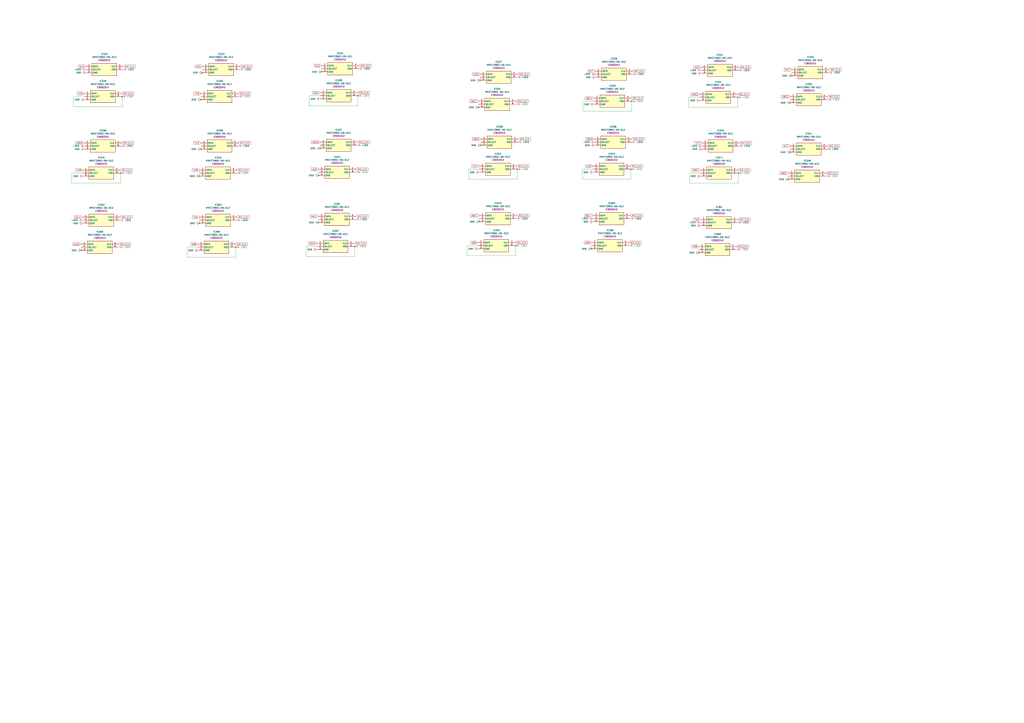
<source format=kicad_sch>
(kicad_sch (version 20231120) (generator "eeschema") (generator_version "8.0")
  (paper "A1")
  (junction (at 485.775 204.47))
  (junction (at 165.1 122.555))
  (junction (at 574.04 207.645))
  (junction (at 100.33 79.375))
  (junction (at 393.065 88.265))
  (junction (at 423.545 201.93))
  (junction (at 166.37 59.69))
  (junction (at 291.465 202.565))
  (junction (at 648.97 84.455))
  (junction (at 394.97 119.38))
  (junction (at 648.97 125.095))
  (junction (at 163.83 144.78))
  (junction (at 264.16 59.055))
  (junction (at 262.89 121.92))
  (junction (at 261.62 144.145))
  (junction (at 605.79 80.01))
  (junction (at 518.795 83.185))
  (junction (at 99.06 142.24))
  (junction (at 294.005 78.74))
  (junction (at 393.7 182.245))
  (junction (at 394.335 66.04))
  (junction (at 66.675 205.74))
  (junction (at 606.425 142.24))
  (junction (at 647.7 147.32))
  (junction (at 650.24 62.23))
  (junction (at 518.16 139.065))
  (junction (at 163.83 183.515))
  (junction (at 261.62 182.88))
  (junction (at 193.675 203.2))
  (junction (at 165.1 81.915))
  (junction (at 424.815 139.065))
  (wire (pts (xy 153.67 211.455) (xy 193.675 211.455)))
  (wire (pts (xy 262.89 78.74) (xy 254 78.74)))
  (wire (pts (xy 67.945 142.24) (xy 59.055 142.24)))
  (wire (pts (xy 566.42 150.495) (xy 606.425 150.495)))
  (wire (pts (xy 423.545 85.725) (xy 424.18 85.725)))
  (wire (pts (xy 678.18 144.78) (xy 678.815 144.78)))
  (wire (pts (xy 292.1 141.605) (xy 292.735 141.605)))
  (wire (pts (xy 648.97 122.555) (xy 648.97 125.095)))
  (wire (pts (xy 261.62 180.34) (xy 261.62 182.88)))
  (wire (pts (xy 97.155 203.2) (xy 97.79 203.2)))
  (wire (pts (xy 679.45 81.915) (xy 680.085 81.915)))
  (wire (pts (xy 605.79 80.01) (xy 605.79 88.265)))
  (wire (pts (xy 478.155 147.32) (xy 518.16 147.32)))
  (wire (pts (xy 422.91 201.93) (xy 423.545 201.93)))
  (wire (pts (xy 99.695 79.375) (xy 100.33 79.375)))
  (wire (pts (xy 384.81 147.32) (xy 424.815 147.32)))
  (wire (pts (xy 294.005 78.74) (xy 294.005 86.995)))
  (wire (pts (xy 392.43 201.93) (xy 383.54 201.93)))
  (wire (pts (xy 565.785 80.01) (xy 565.785 88.265)))
  (wire (pts (xy 290.83 202.565) (xy 291.465 202.565)))
  (wire (pts (xy 261.62 141.605) (xy 261.62 144.145)))
  (wire (pts (xy 394.97 116.84) (xy 394.97 119.38)))
  (wire (pts (xy 518.16 139.065) (xy 518.16 147.32)))
  (wire (pts (xy 575.31 142.24) (xy 566.42 142.24)))
  (wire (pts (xy 574.04 205.105) (xy 574.04 207.645)))
  (wire (pts (xy 424.18 139.065) (xy 424.815 139.065)))
  (wire (pts (xy 98.425 142.24) (xy 99.06 142.24)))
  (wire (pts (xy 291.465 202.565) (xy 291.465 210.82)))
  (wire (pts (xy 518.795 83.185) (xy 518.795 91.44)))
  (wire (pts (xy 487.045 139.065) (xy 478.155 139.065)))
  (wire (pts (xy 516.255 201.93) (xy 516.89 201.93)))
  (wire (pts (xy 566.42 142.24) (xy 566.42 150.495)))
  (wire (pts (xy 650.24 59.69) (xy 650.24 62.23)))
  (wire (pts (xy 424.815 139.065) (xy 424.815 147.32)))
  (wire (pts (xy 165.1 120.015) (xy 165.1 122.555)))
  (wire (pts (xy 153.67 203.2) (xy 153.67 211.455)))
  (wire (pts (xy 163.83 180.975) (xy 163.83 183.515)))
  (wire (pts (xy 393.7 139.065) (xy 384.81 139.065)))
  (wire (pts (xy 604.52 205.105) (xy 605.155 205.105)))
  (wire (pts (xy 478.79 91.44) (xy 518.795 91.44)))
  (wire (pts (xy 163.83 142.24) (xy 163.83 144.78)))
  (wire (pts (xy 100.33 79.375) (xy 100.33 87.63)))
  (wire (pts (xy 59.055 142.24) (xy 59.055 150.495)))
  (wire (pts (xy 195.58 79.375) (xy 196.215 79.375)))
  (wire (pts (xy 293.37 78.74) (xy 294.005 78.74)))
  (wire (pts (xy 648.97 81.915) (xy 648.97 84.455)))
  (wire (pts (xy 162.56 203.2) (xy 153.67 203.2)))
  (wire (pts (xy 60.325 87.63) (xy 100.33 87.63)))
  (wire (pts (xy 478.79 83.185) (xy 478.79 91.44)))
  (wire (pts (xy 251.46 202.565) (xy 251.46 210.82)))
  (wire (pts (xy 165.1 79.375) (xy 165.1 81.915)))
  (wire (pts (xy 251.46 210.82) (xy 291.465 210.82)))
  (wire (pts (xy 393.7 179.705) (xy 393.7 182.245)))
  (wire (pts (xy 194.31 142.24) (xy 194.945 142.24)))
  (wire (pts (xy 518.16 83.185) (xy 518.795 83.185)))
  (wire (pts (xy 166.37 57.15) (xy 166.37 59.69)))
  (wire (pts (xy 383.54 201.93) (xy 383.54 210.185)))
  (wire (pts (xy 69.215 79.375) (xy 60.325 79.375)))
  (wire (pts (xy 647.7 144.78) (xy 647.7 147.32)))
  (wire (pts (xy 59.055 150.495) (xy 99.06 150.495)))
  (wire (pts (xy 423.545 201.93) (xy 423.545 210.185)))
  (wire (pts (xy 384.81 139.065) (xy 384.81 147.32)))
  (wire (pts (xy 517.525 139.065) (xy 518.16 139.065)))
  (wire (pts (xy 254 78.74) (xy 254 86.995)))
  (wire (pts (xy 264.16 56.515) (xy 264.16 59.055)))
  (wire (pts (xy 260.35 202.565) (xy 251.46 202.565)))
  (wire (pts (xy 605.79 142.24) (xy 606.425 142.24)))
  (wire (pts (xy 99.06 142.24) (xy 99.06 150.495)))
  (wire (pts (xy 485.775 201.93) (xy 485.775 204.47)))
  (wire (pts (xy 606.425 142.24) (xy 606.425 150.495)))
  (wire (pts (xy 66.675 203.2) (xy 66.675 205.74)))
  (wire (pts (xy 193.675 203.2) (xy 193.675 211.455)))
  (wire (pts (xy 487.68 83.185) (xy 478.79 83.185)))
  (wire (pts (xy 393.065 85.725) (xy 393.065 88.265)))
  (wire (pts (xy 60.325 79.375) (xy 60.325 87.63)))
  (wire (pts (xy 565.785 88.265) (xy 605.79 88.265)))
  (wire (pts (xy 254 86.995) (xy 294.005 86.995)))
  (wire (pts (xy 605.155 80.01) (xy 605.79 80.01)))
  (wire (pts (xy 193.04 203.2) (xy 193.675 203.2)))
  (wire (pts (xy 394.335 63.5) (xy 394.335 66.04)))
  (wire (pts (xy 574.675 80.01) (xy 565.785 80.01)))
  (wire (pts (xy 383.54 210.185) (xy 423.545 210.185)))
  (wire (pts (xy 262.89 119.38) (xy 262.89 121.92)))
  (wire (pts (xy 478.155 139.065) (xy 478.155 147.32)))
  (global_label "AB17" (shape input) (at 487.045 177.165 180) (property "Intersheetrefs" "${INTERSHEET_REFS}" (effects (hide yes))))
  (global_label "T16" (shape input) (at 575.31 180.34 180) (property "Intersheetrefs" "${INTERSHEET_REFS}" (effects (hide yes))))
  (global_label "MIC_CLK" (shape input) (at 605.79 139.7 0) (property "Intersheetrefs" "${INTERSHEET_REFS}" (effects (hide yes))))
  (global_label "AB16" (shape input) (at 262.89 116.84 180) (property "Intersheetrefs" "${INTERSHEET_REFS}" (effects (hide yes))))
  (global_label "MIC_CLK" (shape input) (at 605.155 77.47 0) (property "Intersheetrefs" "${INTERSHEET_REFS}" (effects (hide yes))))
  (global_label "AA9" (shape input) (at 485.775 199.39 180) (property "Intersheetrefs" "${INTERSHEET_REFS}" (effects (hide yes))))
  (global_label "MIC_CLK" (shape input) (at 294.64 53.975 0) (property "Intersheetrefs" "${INTERSHEET_REFS}" (effects (hide yes))))
  (global_label "AB16" (shape input) (at 69.215 117.475 180) (property "Intersheetrefs" "${INTERSHEET_REFS}" (effects (hide yes))))
  (global_label "MIC_CLK" (shape input) (at 194.31 178.435 0) (property "Intersheetrefs" "${INTERSHEET_REFS}" (effects (hide yes))))
  (global_label "AA10" (shape input) (at 66.675 200.66 180) (property "Intersheetrefs" "${INTERSHEET_REFS}" (effects (hide yes))))
  (global_label "K17" (shape input) (at 393.7 136.525 180) (property "Intersheetrefs" "${INTERSHEET_REFS}" (effects (hide yes))))
  (global_label "Y12" (shape input) (at 165.1 117.475 180) (property "Intersheetrefs" "${INTERSHEET_REFS}" (effects (hide yes))))
  (global_label "AB11" (shape input) (at 487.68 80.645 180) (property "Intersheetrefs" "${INTERSHEET_REFS}" (effects (hide yes))))
  (global_label "MIC_CLK" (shape input) (at 97.155 200.66 0) (property "Intersheetrefs" "${INTERSHEET_REFS}" (effects (hide yes))))
  (global_label "AB11" (shape input) (at 393.065 83.185 180) (property "Intersheetrefs" "${INTERSHEET_REFS}" (effects (hide yes))))
  (global_label "MIC_CLK" (shape input) (at 604.52 202.565 0) (property "Intersheetrefs" "${INTERSHEET_REFS}" (effects (hide yes))))
  (global_label "M17" (shape input) (at 650.24 57.15 180) (property "Intersheetrefs" "${INTERSHEET_REFS}" (effects (hide yes))))
  (global_label "AB22" (shape input) (at 575.31 139.7 180) (property "Intersheetrefs" "${INTERSHEET_REFS}" (effects (hide yes))))
  (global_label "N22" (shape input) (at 166.37 54.61 180) (property "Intersheetrefs" "${INTERSHEET_REFS}" (effects (hide yes))))
  (global_label "MIC_CLK" (shape input) (at 679.45 79.375 0) (property "Intersheetrefs" "${INTERSHEET_REFS}" (effects (hide yes))))
  (global_label "MIC_CLK" (shape input) (at 516.255 199.39 0) (property "Intersheetrefs" "${INTERSHEET_REFS}" (effects (hide yes))))
  (global_label "MIC_CLK" (shape input) (at 605.79 180.34 0) (property "Intersheetrefs" "${INTERSHEET_REFS}" (effects (hide yes))))
  (global_label "MIC_CLK" (shape input) (at 292.1 139.065 0) (property "Intersheetrefs" "${INTERSHEET_REFS}" (effects (hide yes))))
  (global_label "MIC_CLK" (shape input) (at 99.695 76.835 0) (property "Intersheetrefs" "${INTERSHEET_REFS}" (effects (hide yes))))
  (global_label "AA11" (shape input) (at 67.945 178.435 180) (property "Intersheetrefs" "${INTERSHEET_REFS}" (effects (hide yes))))
  (global_label "N13" (shape input) (at 70.485 54.61 180) (property "Intersheetrefs" "${INTERSHEET_REFS}" (effects (hide yes))))
  (global_label "AA10" (shape input) (at 260.35 200.025 180) (property "Intersheetrefs" "${INTERSHEET_REFS}" (effects (hide yes))))
  (global_label "U20" (shape input) (at 487.045 136.525 180) (property "Intersheetrefs" "${INTERSHEET_REFS}" (effects (hide yes))))
  (global_label "MIC_CLK" (shape input) (at 292.1 177.8 0) (property "Intersheetrefs" "${INTERSHEET_REFS}" (effects (hide yes))))
  (global_label "MIC_CLK" (shape input) (at 195.58 117.475 0) (property "Intersheetrefs" "${INTERSHEET_REFS}" (effects (hide yes))))
  (global_label "AB22" (shape input) (at 647.7 142.24 180) (property "Intersheetrefs" "${INTERSHEET_REFS}" (effects (hide yes))))
  (global_label "N13" (shape input) (at 264.16 53.975 180) (property "Intersheetrefs" "${INTERSHEET_REFS}" (effects (hide yes))))
  (global_label "U20" (shape input) (at 261.62 139.065 180) (property "Intersheetrefs" "${INTERSHEET_REFS}" (effects (hide yes))))
  (global_label "Y12" (shape input) (at 576.58 117.475 180) (property "Intersheetrefs" "${INTERSHEET_REFS}" (effects (hide yes))))
  (global_label "MIC_CLK" (shape input) (at 293.37 76.2 0) (property "Intersheetrefs" "${INTERSHEET_REFS}" (effects (hide yes))))
  (global_label "MIC_CLK" (shape input) (at 193.04 200.66 0) (property "Intersheetrefs" "${INTERSHEET_REFS}" (effects (hide yes))))
  (global_label "MIC_CLK" (shape input) (at 517.525 136.525 0) (property "Intersheetrefs" "${INTERSHEET_REFS}" (effects (hide yes))))
  (global_label "MIC_CLK" (shape input) (at 290.83 200.025 0) (property "Intersheetrefs" "${INTERSHEET_REFS}" (effects (hide yes))))
  (global_label "MIC_CLK" (shape input) (at 195.58 76.835 0) (property "Intersheetrefs" "${INTERSHEET_REFS}" (effects (hide yes))))
  (global_label "V18" (shape input) (at 163.83 139.7 180) (property "Intersheetrefs" "${INTERSHEET_REFS}" (effects (hide yes))))
  (global_label "MIC_CLK" (shape input) (at 425.45 114.3 0) (property "Intersheetrefs" "${INTERSHEET_REFS}" (effects (hide yes))))
  (global_label "AB12" (shape input) (at 574.675 77.47 180) (property "Intersheetrefs" "${INTERSHEET_REFS}" (effects (hide yes))))
  (global_label "MIC_CLK" (shape input) (at 293.37 116.84 0) (property "Intersheetrefs" "${INTERSHEET_REFS}" (effects (hide yes))))
  (global_label "MIC_CLK" (shape input) (at 518.795 114.3 0) (property "Intersheetrefs" "${INTERSHEET_REFS}" (effects (hide yes))))
  (global_label "AA8" (shape input) (at 574.04 202.565 180) (property "Intersheetrefs" "${INTERSHEET_REFS}" (effects (hide yes))))
  (global_label "MIC_CLK" (shape input) (at 678.18 142.24 0) (property "Intersheetrefs" "${INTERSHEET_REFS}" (effects (hide yes))))
  (global_label "MIC_CLK" (shape input) (at 422.91 199.39 0) (property "Intersheetrefs" "${INTERSHEET_REFS}" (effects (hide yes))))
  (global_label "MIC_CLK" (shape input) (at 196.85 54.61 0) (property "Intersheetrefs" "${INTERSHEET_REFS}" (effects (hide yes))))
  (global_label "Y19" (shape input) (at 165.1 76.835 180) (property "Intersheetrefs" "${INTERSHEET_REFS}" (effects (hide yes))))
  (global_label "AB12" (shape input) (at 648.97 79.375 180) (property "Intersheetrefs" "${INTERSHEET_REFS}" (effects (hide yes))))
  (global_label "AB17" (shape input) (at 393.7 177.165 180) (property "Intersheetrefs" "${INTERSHEET_REFS}" (effects (hide yes))))
  (global_label "AB15" (shape input) (at 488.315 114.3 180) (property "Intersheetrefs" "${INTERSHEET_REFS}" (effects (hide yes))))
  (global_label "MIC_CLK" (shape input) (at 100.965 54.61 0) (property "Intersheetrefs" "${INTERSHEET_REFS}" (effects (hide yes))))
  (global_label "MIC_CLK" (shape input) (at 194.31 139.7 0) (property "Intersheetrefs" "${INTERSHEET_REFS}" (effects (hide yes))))
  (global_label "V18" (shape input) (at 67.945 139.7 180) (property "Intersheetrefs" "${INTERSHEET_REFS}" (effects (hide yes))))
  (global_label "MIC_CLK" (shape input) (at 607.06 117.475 0) (property "Intersheetrefs" "${INTERSHEET_REFS}" (effects (hide yes))))
  (global_label "N22" (shape input) (at 575.945 55.245 180) (property "Intersheetrefs" "${INTERSHEET_REFS}" (effects (hide yes))))
  (global_label "MIC_CLK" (shape input) (at 517.525 177.165 0) (property "Intersheetrefs" "${INTERSHEET_REFS}" (effects (hide yes))))
  (global_label "MIC_CLK" (shape input) (at 679.45 120.015 0) (property "Intersheetrefs" "${INTERSHEET_REFS}" (effects (hide yes))))
  (global_label "W22" (shape input) (at 394.335 60.96 180) (property "Intersheetrefs" "${INTERSHEET_REFS}" (effects (hide yes))))
  (global_label "T16" (shape input) (at 163.83 178.435 180) (property "Intersheetrefs" "${INTERSHEET_REFS}" (effects (hide yes))))
  (global_label "MIC_CLK" (shape input) (at 424.18 136.525 0) (property "Intersheetrefs" "${INTERSHEET_REFS}" (effects (hide yes))))
  (global_label "AA11" (shape input) (at 261.62 177.8 180) (property "Intersheetrefs" "${INTERSHEET_REFS}" (effects (hide yes))))
  (global_label "MIC_CLK" (shape input) (at 519.43 58.42 0) (property "Intersheetrefs" "${INTERSHEET_REFS}" (effects (hide yes))))
  (global_label "MIC_CLK" (shape input) (at 424.815 60.96 0) (property "Intersheetrefs" "${INTERSHEET_REFS}" (effects (hide yes))))
  (global_label "MIC_CLK" (shape input) (at 424.18 177.165 0) (property "Intersheetrefs" "${INTERSHEET_REFS}" (effects (hide yes))))
  (global_label "W22" (shape input) (at 262.89 76.2 180) (property "Intersheetrefs" "${INTERSHEET_REFS}" (effects (hide yes))))
  (global_label "AA8" (shape input) (at 162.56 200.66 180) (property "Intersheetrefs" "${INTERSHEET_REFS}" (effects (hide yes))))
  (global_label "MIC_CLK" (shape input) (at 98.425 139.7 0) (property "Intersheetrefs" "${INTERSHEET_REFS}" (effects (hide yes))))
  (global_label "MIC_CLK" (shape input) (at 606.425 55.245 0) (property "Intersheetrefs" "${INTERSHEET_REFS}" (effects (hide yes))))
  (global_label "K17" (shape input) (at 648.97 120.015 180) (property "Intersheetrefs" "${INTERSHEET_REFS}" (effects (hide yes))))
  (global_label "AA9" (shape input) (at 392.43 199.39 180) (property "Intersheetrefs" "${INTERSHEET_REFS}" (effects (hide yes))))
  (global_label "M17" (shape input) (at 488.95 58.42 180) (property "Intersheetrefs" "${INTERSHEET_REFS}" (effects (hide yes))))
  (global_label "MIC_CLK" (shape input) (at 98.425 178.435 0) (property "Intersheetrefs" "${INTERSHEET_REFS}" (effects (hide yes))))
  (global_label "MIC_CLK" (shape input) (at 423.545 83.185 0) (property "Intersheetrefs" "${INTERSHEET_REFS}" (effects (hide yes))))
  (global_label "AB15" (shape input) (at 394.97 114.3 180) (property "Intersheetrefs" "${INTERSHEET_REFS}" (effects (hide yes))))
  (global_label "MIC_CLK" (shape input) (at 99.695 117.475 0) (property "Intersheetrefs" "${INTERSHEET_REFS}" (effects (hide yes))))
  (global_label "MIC_CLK" (shape input) (at 518.16 80.645 0) (property "Intersheetrefs" "${INTERSHEET_REFS}" (effects (hide yes))))
  (global_label "MIC_CLK" (shape input) (at 680.72 57.15 0) (property "Intersheetrefs" "${INTERSHEET_REFS}" (effects (hide yes))))
  (global_label "Y19" (shape input) (at 69.215 76.835 180) (property "Intersheetrefs" "${INTERSHEET_REFS}" (effects (hide yes))))
  (symbol (lib_id "power:GND") (at 394.335 66.04 270) (unit 1)
    (property "Reference" "#PWR0743" (effects (hide yes)))
    (property "Value" "GND" (at 390.525 66.04 90) (effects (justify right)))
  )
  (symbol (lib_id "power:GND") (at 165.1 81.915 270) (unit 1)
    (property "Reference" "#PWR0750" (effects (hide yes)))
    (property "Value" "GND" (at 161.29 81.915 90) (effects (justify right)))
  )
  (symbol (lib_id "SamacSys_Parts:MMICT3902-00-012") (at 393.7 136.525 0) (unit 1)
    (property "Reference" "IC342" (at 408.94 126.365 0))
    (property "Value" "MMICT3902-00-012" (at 408.94 128.905 0))
    (property "Footprint" "T3902:MMICT390200012" (effects (hide yes)))
    (property "Datasheet" "http://invensense.tdk.com/wp-content/uploads/2020/05/DS-000357-T3902-v1.0.pdf" (effects (hide yes)))
    (property "Height" "1.13" (effects (hide yes)))
    (property "Mouser Part Number" "410-MMICT3902-00-012" (effects (hide yes)))
    (property "Mouser Price/Stock" "https://www.mouser.co.uk/ProductDetail/TDK-InvenSense/MMICT3902-00-012?qs=yqaQSyyJnNi1lpqXyrpxOA%3D%3D" (effects (hide yes)))
    (property "Manufacturer_Name" "TDK" (effects (hide yes)))
    (property "Manufacturer_Part_Number" "MMICT3902-00-012" (effects (hide yes)))
    (property "LCSC" "C3032242" (at 408.94 131.445 0))
  )
  (symbol (lib_id "power:+3V3") (at 291.465 202.565 270) (unit 1)
    (property "Reference" "#PWR0800" (effects (hide yes)))
    (property "Value" "+3V3" (at 295.275 202.565 90) (effects (justify left)))
  )
  (symbol (lib_id "power:GND") (at 163.83 183.515 270) (unit 1)
    (property "Reference" "#PWR0796" (effects (hide yes)))
    (property "Value" "GND" (at 160.02 183.515 90) (effects (justify right)))
  )
  (symbol (lib_id "power:+3V3") (at 424.815 63.5 270) (unit 1)
    (property "Reference" "#PWR0741" (effects (hide yes)))
    (property "Value" "+3V3" (at 428.625 63.5 90) (effects (justify left)))
  )
  (symbol (lib_id "power:GND") (at 487.045 141.605 270) (unit 1)
    (property "Reference" "#PWR0776" (effects (hide yes)))
    (property "Value" "GND" (at 483.235 141.605 90) (effects (justify right)))
  )
  (symbol (lib_id "power:+3V3") (at 575.31 182.88 90) (unit 1)
    (property "Reference" "#PWR0929" (effects (hide yes)))
    (property "Value" "+3V3" (at 571.246 182.88 90) (effects (justify left)))
  )
  (symbol (lib_id "power:GND") (at 574.675 82.55 270) (unit 1)
    (property "Reference" "#PWR0752" (effects (hide yes)))
    (property "Value" "GND" (at 570.865 82.55 90) (effects (justify right)))
  )
  (symbol (lib_id "power:+3V3") (at 519.43 60.96 270) (unit 1)
    (property "Reference" "#PWR0739" (effects (hide yes)))
    (property "Value" "+3V3" (at 523.24 60.96 90) (effects (justify left)))
  )
  (symbol (lib_id "power:GND") (at 392.43 204.47 270) (unit 1)
    (property "Reference" "#PWR0803" (effects (hide yes)))
    (property "Value" "GND" (at 388.62 204.47 90) (effects (justify right)))
  )
  (symbol (lib_id "SamacSys_Parts:MMICT3902-00-012") (at 163.83 139.7 0) (unit 1)
    (property "Reference" "IC346" (at 179.07 129.54 0))
    (property "Value" "MMICT3902-00-012" (at 179.07 132.08 0))
    (property "Footprint" "T3902:MMICT390200012" (effects (hide yes)))
    (property "Datasheet" "http://invensense.tdk.com/wp-content/uploads/2020/05/DS-000357-T3902-v1.0.pdf" (effects (hide yes)))
    (property "Height" "1.13" (effects (hide yes)))
    (property "Mouser Part Number" "410-MMICT3902-00-012" (effects (hide yes)))
    (property "Mouser Price/Stock" "https://www.mouser.co.uk/ProductDetail/TDK-InvenSense/MMICT3902-00-012?qs=yqaQSyyJnNi1lpqXyrpxOA%3D%3D" (effects (hide yes)))
    (property "Manufacturer_Name" "TDK" (effects (hide yes)))
    (property "Manufacturer_Part_Number" "MMICT3902-00-012" (effects (hide yes)))
    (property "LCSC" "C3032242" (at 179.07 134.62 0))
  )
  (symbol (lib_id "power:GND") (at 261.62 144.145 270) (unit 1)
    (property "Reference" "#PWR0780" (effects (hide yes)))
    (property "Value" "GND" (at 257.81 144.145 90) (effects (justify right)))
  )
  (symbol (lib_id "power:GND") (at 70.485 59.69 270) (unit 1)
    (property "Reference" "#PWR0735" (effects (hide yes)))
    (property "Value" "GND" (at 66.675 59.69 90) (effects (justify right)))
  )
  (symbol (lib_id "SamacSys_Parts:MMICT3902-00-012") (at 262.89 116.84 0) (unit 1)
    (property "Reference" "IC337" (at 278.13 106.68 0))
    (property "Value" "MMICT3902-00-012" (at 278.13 109.22 0))
    (property "Footprint" "T3902:MMICT390200012" (effects (hide yes)))
    (property "Datasheet" "http://invensense.tdk.com/wp-content/uploads/2020/05/DS-000357-T3902-v1.0.pdf" (effects (hide yes)))
    (property "Height" "1.13" (effects (hide yes)))
    (property "Mouser Part Number" "410-MMICT3902-00-012" (effects (hide yes)))
    (property "Mouser Price/Stock" "https://www.mouser.co.uk/ProductDetail/TDK-InvenSense/MMICT3902-00-012?qs=yqaQSyyJnNi1lpqXyrpxOA%3D%3D" (effects (hide yes)))
    (property "Manufacturer_Name" "TDK" (effects (hide yes)))
    (property "Manufacturer_Part_Number" "MMICT3902-00-012" (effects (hide yes)))
    (property "LCSC" "C3032242" (at 278.13 111.76 0))
  )
  (symbol (lib_id "power:GND") (at 69.215 81.915 270) (unit 1)
    (property "Reference" "#PWR0749" (effects (hide yes)))
    (property "Value" "GND" (at 65.405 81.915 90) (effects (justify right)))
  )
  (symbol (lib_id "power:GND") (at 574.04 207.645 270) (unit 1)
    (property "Reference" "#PWR0809" (effects (hide yes)))
    (property "Value" "GND" (at 570.23 207.645 90) (effects (justify right)))
  )
  (symbol (lib_id "power:GND") (at 488.315 119.38 270) (unit 1)
    (property "Reference" "#PWR0762" (effects (hide yes)))
    (property "Value" "GND" (at 484.505 119.38 90) (effects (justify right)))
  )
  (symbol (lib_id "power:+3V3") (at 605.155 205.105 270) (unit 1)
    (property "Reference" "#PWR0806" (effects (hide yes)))
    (property "Value" "+3V3" (at 608.965 205.105 90) (effects (justify left)))
  )
  (symbol (lib_id "power:GND") (at 648.97 84.455 270) (unit 1)
    (property "Reference" "#PWR0754" (effects (hide yes)))
    (property "Value" "GND" (at 645.16 84.455 90) (effects (justify right)))
  )
  (symbol (lib_id "power:+3V3") (at 425.45 116.84 270) (unit 1)
    (property "Reference" "#PWR0758" (effects (hide yes)))
    (property "Value" "+3V3" (at 429.26 116.84 90) (effects (justify left)))
  )
  (symbol (lib_id "power:+3V3") (at 67.945 180.975 90) (unit 1)
    (property "Reference" "#PWR0928" (effects (hide yes)))
    (property "Value" "+3V3" (at 63.881 180.975 90) (effects (justify left)))
  )
  (symbol (lib_id "power:GND") (at 163.83 144.78 270) (unit 1)
    (property "Reference" "#PWR0782" (effects (hide yes)))
    (property "Value" "GND" (at 160.02 144.78 90) (effects (justify right)))
  )
  (symbol (lib_id "power:GND") (at 394.97 119.38 270) (unit 1)
    (property "Reference" "#PWR0761" (effects (hide yes)))
    (property "Value" "GND" (at 391.16 119.38 90) (effects (justify right)))
  )
  (symbol (lib_id "power:+3V3") (at 196.85 57.15 270) (unit 1)
    (property "Reference" "#PWR0732" (effects (hide yes)))
    (property "Value" "+3V3" (at 200.66 57.15 90) (effects (justify left)))
  )
  (symbol (lib_id "SamacSys_Parts:MMICT3902-00-012") (at 575.31 139.7 0) (unit 1)
    (property "Reference" "IC347" (at 590.55 129.54 0))
    (property "Value" "MMICT3902-00-012" (at 590.55 132.08 0))
    (property "Footprint" "T3902:MMICT390200012" (effects (hide yes)))
    (property "Datasheet" "http://invensense.tdk.com/wp-content/uploads/2020/05/DS-000357-T3902-v1.0.pdf" (effects (hide yes)))
    (property "Height" "1.13" (effects (hide yes)))
    (property "Mouser Part Number" "410-MMICT3902-00-012" (effects (hide yes)))
    (property "Mouser Price/Stock" "https://www.mouser.co.uk/ProductDetail/TDK-InvenSense/MMICT3902-00-012?qs=yqaQSyyJnNi1lpqXyrpxOA%3D%3D" (effects (hide yes)))
    (property "Manufacturer_Name" "TDK" (effects (hide yes)))
    (property "Manufacturer_Part_Number" "MMICT3902-00-012" (effects (hide yes)))
    (property "LCSC" "C3032242" (at 590.55 134.62 0))
  )
  (symbol (lib_id "SamacSys_Parts:MMICT3902-00-012") (at 163.83 178.435 0) (unit 1)
    (property "Reference" "IC353" (at 179.07 168.275 0))
    (property "Value" "MMICT3902-00-012" (at 179.07 170.815 0))
    (property "Footprint" "T3902:MMICT390200012" (effects (hide yes)))
    (property "Datasheet" "http://invensense.tdk.com/wp-content/uploads/2020/05/DS-000357-T3902-v1.0.pdf" (effects (hide yes)))
    (property "Height" "1.13" (effects (hide yes)))
    (property "Mouser Part Number" "410-MMICT3902-00-012" (effects (hide yes)))
    (property "Mouser Price/Stock" "https://www.mouser.co.uk/ProductDetail/TDK-InvenSense/MMICT3902-00-012?qs=yqaQSyyJnNi1lpqXyrpxOA%3D%3D" (effects (hide yes)))
    (property "Manufacturer_Name" "TDK" (effects (hide yes)))
    (property "Manufacturer_Part_Number" "MMICT3902-00-012" (effects (hide yes)))
    (property "LCSC" "C3032242" (at 179.07 173.355 0))
  )
  (symbol (lib_id "power:+3V3") (at 607.06 120.015 270) (unit 1)
    (property "Reference" "#PWR0765" (effects (hide yes)))
    (property "Value" "+3V3" (at 610.87 120.015 90) (effects (justify left)))
  )
  (symbol (lib_id "power:GND") (at 165.1 122.555 270) (unit 1)
    (property "Reference" "#PWR0768" (effects (hide yes)))
    (property "Value" "GND" (at 161.29 122.555 90) (effects (justify right)))
  )
  (symbol (lib_id "power:GND") (at 393.7 141.605 270) (unit 1)
    (property "Reference" "#PWR0775" (effects (hide yes)))
    (property "Value" "GND" (at 389.89 141.605 90) (effects (justify right)))
  )
  (symbol (lib_id "SamacSys_Parts:MMICT3902-00-012") (at 576.58 117.475 0) (unit 1)
    (property "Reference" "IC340" (at 591.82 107.315 0))
    (property "Value" "MMICT3902-00-012" (at 591.82 109.855 0))
    (property "Footprint" "T3902:MMICT390200012" (effects (hide yes)))
    (property "Datasheet" "http://invensense.tdk.com/wp-content/uploads/2020/05/DS-000357-T3902-v1.0.pdf" (effects (hide yes)))
    (property "Height" "1.13" (effects (hide yes)))
    (property "Mouser Part Number" "410-MMICT3902-00-012" (effects (hide yes)))
    (property "Mouser Price/Stock" "https://www.mouser.co.uk/ProductDetail/TDK-InvenSense/MMICT3902-00-012?qs=yqaQSyyJnNi1lpqXyrpxOA%3D%3D" (effects (hide yes)))
    (property "Manufacturer_Name" "TDK" (effects (hide yes)))
    (property "Manufacturer_Part_Number" "MMICT3902-00-012" (effects (hide yes)))
    (property "LCSC" "C3032242" (at 591.82 112.395 0))
  )
  (symbol (lib_id "power:GND") (at 487.68 85.725 270) (unit 1)
    (property "Reference" "#PWR0756" (effects (hide yes)))
    (property "Value" "GND" (at 483.87 85.725 90) (effects (justify right)))
  )
  (symbol (lib_id "power:GND") (at 69.215 122.555 270) (unit 1)
    (property "Reference" "#PWR0767" (effects (hide yes)))
    (property "Value" "GND" (at 65.405 122.555 90) (effects (justify right)))
  )
  (symbol (lib_id "SamacSys_Parts:MMICT3902-00-012") (at 574.675 77.47 0) (unit 1)
    (property "Reference" "IC331" (at 589.915 67.31 0))
    (property "Value" "MMICT3902-00-012" (at 589.915 69.85 0))
    (property "Footprint" "T3902:MMICT390200012" (effects (hide yes)))
    (property "Datasheet" "http://invensense.tdk.com/wp-content/uploads/2020/05/DS-000357-T3902-v1.0.pdf" (effects (hide yes)))
    (property "Height" "1.13" (effects (hide yes)))
    (property "Mouser Part Number" "410-MMICT3902-00-012" (effects (hide yes)))
    (property "Mouser Price/Stock" "https://www.mouser.co.uk/ProductDetail/TDK-InvenSense/MMICT3902-00-012?qs=yqaQSyyJnNi1lpqXyrpxOA%3D%3D" (effects (hide yes)))
    (property "Manufacturer_Name" "TDK" (effects (hide yes)))
    (property "Manufacturer_Part_Number" "MMICT3902-00-012" (effects (hide yes)))
    (property "LCSC" "C3032242" (at 589.915 72.39 0))
  )
  (symbol (lib_id "SamacSys_Parts:MMICT3902-00-012") (at 485.775 199.39 0) (unit 1)
    (property "Reference" "IC356" (at 501.015 189.23 0))
    (property "Value" "MMICT3902-00-012" (at 501.015 191.77 0))
    (property "Footprint" "T3902:MMICT390200012" (effects (hide yes)))
    (property "Datasheet" "http://invensense.tdk.com/wp-content/uploads/2020/05/DS-000357-T3902-v1.0.pdf" (effects (hide yes)))
    (property "Height" "1.13" (effects (hide yes)))
    (property "Mouser Part Number" "410-MMICT3902-00-012" (effects (hide yes)))
    (property "Mouser Price/Stock" "https://www.mouser.co.uk/ProductDetail/TDK-InvenSense/MMICT3902-00-012?qs=yqaQSyyJnNi1lpqXyrpxOA%3D%3D" (effects (hide yes)))
    (property "Manufacturer_Name" "TDK" (effects (hide yes)))
    (property "Manufacturer_Part_Number" "MMICT3902-00-012" (effects (hide yes)))
    (property "LCSC" "C3032242" (at 501.015 194.31 0))
  )
  (symbol (lib_id "SamacSys_Parts:MMICT3902-00-012") (at 67.945 139.7 0) (unit 1)
    (property "Reference" "IC345" (at 83.185 129.54 0))
    (property "Value" "MMICT3902-00-012" (at 83.185 132.08 0))
    (property "Footprint" "T3902:MMICT390200012" (effects (hide yes)))
    (property "Datasheet" "http://invensense.tdk.com/wp-content/uploads/2020/05/DS-000357-T3902-v1.0.pdf" (effects (hide yes)))
    (property "Height" "1.13" (effects (hide yes)))
    (property "Mouser Part Number" "410-MMICT3902-00-012" (effects (hide yes)))
    (property "Mouser Price/Stock" "https://www.mouser.co.uk/ProductDetail/TDK-InvenSense/MMICT3902-00-012?qs=yqaQSyyJnNi1lpqXyrpxOA%3D%3D" (effects (hide yes)))
    (property "Manufacturer_Name" "TDK" (effects (hide yes)))
    (property "Manufacturer_Part_Number" "MMICT3902-00-012" (effects (hide yes)))
    (property "LCSC" "C3032242" (at 83.185 134.62 0))
  )
  (symbol (lib_id "power:GND") (at 260.35 205.105 270) (unit 1)
    (property "Reference" "#PWR0805" (effects (hide yes)))
    (property "Value" "GND" (at 256.54 205.105 90) (effects (justify right)))
  )
  (symbol (lib_id "SamacSys_Parts:MMICT3902-00-012") (at 67.945 178.435 0) (unit 1)
    (property "Reference" "IC352" (at 83.185 168.275 0))
    (property "Value" "MMICT3902-00-012" (at 83.185 170.815 0))
    (property "Footprint" "T3902:MMICT390200012" (effects (hide yes)))
    (property "Datasheet" "http://invensense.tdk.com/wp-content/uploads/2020/05/DS-000357-T3902-v1.0.pdf" (effects (hide yes)))
    (property "Height" "1.13" (effects (hide yes)))
    (property "Mouser Part Number" "410-MMICT3902-00-012" (effects (hide yes)))
    (property "Mouser Price/Stock" "https://www.mouser.co.uk/ProductDetail/TDK-InvenSense/MMICT3902-00-012?qs=yqaQSyyJnNi1lpqXyrpxOA%3D%3D" (effects (hide yes)))
    (property "Manufacturer_Name" "TDK" (effects (hide yes)))
    (property "Manufacturer_Part_Number" "MMICT3902-00-012" (effects (hide yes)))
    (property "LCSC" "C3032242" (at 83.185 173.355 0))
  )
  (symbol (lib_id "SamacSys_Parts:MMICT3902-00-012") (at 69.215 117.475 0) (unit 1)
    (property "Reference" "IC338" (at 84.455 107.315 0))
    (property "Value" "MMICT3902-00-012" (at 84.455 109.855 0))
    (property "Footprint" "T3902:MMICT390200012" (effects (hide yes)))
    (property "Datasheet" "http://invensense.tdk.com/wp-content/uploads/2020/05/DS-000357-T3902-v1.0.pdf" (effects (hide yes)))
    (property "Height" "1.13" (effects (hide yes)))
    (property "Mouser Part Number" "410-MMICT3902-00-012" (effects (hide yes)))
    (property "Mouser Price/Stock" "https://www.mouser.co.uk/ProductDetail/TDK-InvenSense/MMICT3902-00-012?qs=yqaQSyyJnNi1lpqXyrpxOA%3D%3D" (effects (hide yes)))
    (property "Manufacturer_Name" "TDK" (effects (hide yes)))
    (property "Manufacturer_Part_Number" "MMICT3902-00-012" (effects (hide yes)))
    (property "LCSC" "C3032242" (at 84.455 112.395 0))
  )
  (symbol (lib_id "power:GND") (at 576.58 122.555 270) (unit 1)
    (property "Reference" "#PWR0769" (effects (hide yes)))
    (property "Value" "GND" (at 572.77 122.555 90) (effects (justify right)))
  )
  (symbol (lib_id "SamacSys_Parts:MMICT3902-00-012") (at 575.945 55.245 0) (unit 1)
    (property "Reference" "IC324" (at 591.185 45.085 0))
    (property "Value" "MMICT3902-00-012" (at 591.185 47.625 0))
    (property "Footprint" "T3902:MMICT390200012" (effects (hide yes)))
    (property "Datasheet" "http://invensense.tdk.com/wp-content/uploads/2020/05/DS-000357-T3902-v1.0.pdf" (effects (hide yes)))
    (property "Height" "1.13" (effects (hide yes)))
    (property "Mouser Part Number" "410-MMICT3902-00-012" (effects (hide yes)))
    (property "Mouser Price/Stock" "https://www.mouser.co.uk/ProductDetail/TDK-InvenSense/MMICT3902-00-012?qs=yqaQSyyJnNi1lpqXyrpxOA%3D%3D" (effects (hide yes)))
    (property "Manufacturer_Name" "TDK" (effects (hide yes)))
    (property "Manufacturer_Part_Number" "MMICT3902-00-012" (effects (hide yes)))
    (property "LCSC" "C3032242" (at 591.185 50.165 0))
  )
  (symbol (lib_id "power:+3V3") (at 196.215 79.375 270) (unit 1)
    (property "Reference" "#PWR0746" (effects (hide yes)))
    (property "Value" "+3V3" (at 200.025 79.375 90) (effects (justify left)))
  )
  (symbol (lib_id "power:+3V3") (at 606.425 57.785 270) (unit 1)
    (property "Reference" "#PWR0733" (effects (hide yes)))
    (property "Value" "+3V3" (at 610.235 57.785 90) (effects (justify left)))
  )
  (symbol (lib_id "power:+3V3") (at 100.33 79.375 270) (unit 1)
    (property "Reference" "#PWR0745" (effects (hide yes)))
    (property "Value" "+3V3" (at 104.14 79.375 90) (effects (justify left)))
  )
  (symbol (lib_id "SamacSys_Parts:MMICT3902-00-012") (at 488.315 114.3 0) (unit 1)
    (property "Reference" "IC336" (at 503.555 104.14 0))
    (property "Value" "MMICT3902-00-012" (at 503.555 106.68 0))
    (property "Footprint" "T3902:MMICT390200012" (effects (hide yes)))
    (property "Datasheet" "http://invensense.tdk.com/wp-content/uploads/2020/05/DS-000357-T3902-v1.0.pdf" (effects (hide yes)))
    (property "Height" "1.13" (effects (hide yes)))
    (property "Mouser Part Number" "410-MMICT3902-00-012" (effects (hide yes)))
    (property "Mouser Price/Stock" "https://www.mouser.co.uk/ProductDetail/TDK-InvenSense/MMICT3902-00-012?qs=yqaQSyyJnNi1lpqXyrpxOA%3D%3D" (effects (hide yes)))
    (property "Manufacturer_Name" "TDK" (effects (hide yes)))
    (property "Manufacturer_Part_Number" "MMICT3902-00-012" (effects (hide yes)))
    (property "LCSC" "C3032242" (at 503.555 109.22 0))
  )
  (symbol (lib_id "SamacSys_Parts:MMICT3902-00-012") (at 69.215 76.835 0) (unit 1)
    (property "Reference" "IC329" (at 84.455 66.675 0))
    (property "Value" "MMICT3902-00-012" (at 84.455 69.215 0))
    (property "Footprint" "T3902:MMICT390200012" (effects (hide yes)))
    (property "Datasheet" "http://invensense.tdk.com/wp-content/uploads/2020/05/DS-000357-T3902-v1.0.pdf" (effects (hide yes)))
    (property "Height" "1.13" (effects (hide yes)))
    (property "Mouser Part Number" "410-MMICT3902-00-012" (effects (hide yes)))
    (property "Mouser Price/Stock" "https://www.mouser.co.uk/ProductDetail/TDK-InvenSense/MMICT3902-00-012?qs=yqaQSyyJnNi1lpqXyrpxOA%3D%3D" (effects (hide yes)))
    (property "Manufacturer_Name" "TDK" (effects (hide yes)))
    (property "Manufacturer_Part_Number" "MMICT3902-00-012" (effects (hide yes)))
    (property "LCSC" "C3032242" (at 84.455 71.755 0))
  )
  (symbol (lib_id "power:+3V3") (at 516.89 201.93 270) (unit 1)
    (property "Reference" "#PWR0799" (effects (hide yes)))
    (property "Value" "+3V3" (at 520.7 201.93 90) (effects (justify left)))
  )
  (symbol (lib_id "power:+3V3") (at 99.06 142.24 270) (unit 1)
    (property "Reference" "#PWR0777" (effects (hide yes)))
    (property "Value" "+3V3" (at 102.87 142.24 90) (effects (justify left)))
  )
  (symbol (lib_id "power:GND") (at 264.16 59.055 270) (unit 1)
    (property "Reference" "#PWR0734" (effects (hide yes)))
    (property "Value" "GND" (at 260.35 59.055 90) (effects (justify right)))
  )
  (symbol (lib_id "power:+3V3") (at 680.085 81.915 270) (unit 1)
    (property "Reference" "#PWR0751" (effects (hide yes)))
    (property "Value" "+3V3" (at 683.895 81.915 90) (effects (justify left)))
  )
  (symbol (lib_id "SamacSys_Parts:MMICT3902-00-012") (at 487.68 80.645 0) (unit 1)
    (property "Reference" "IC333" (at 502.92 70.485 0))
    (property "Value" "MMICT3902-00-012" (at 502.92 73.025 0))
    (property "Footprint" "T3902:MMICT390200012" (effects (hide yes)))
    (property "Datasheet" "http://invensense.tdk.com/wp-content/uploads/2020/05/DS-000357-T3902-v1.0.pdf" (effects (hide yes)))
    (property "Height" "1.13" (effects (hide yes)))
    (property "Mouser Part Number" "410-MMICT3902-00-012" (effects (hide yes)))
    (property "Mouser Price/Stock" "https://www.mouser.co.uk/ProductDetail/TDK-InvenSense/MMICT3902-00-012?qs=yqaQSyyJnNi1lpqXyrpxOA%3D%3D" (effects (hide yes)))
    (property "Manufacturer_Name" "TDK" (effects (hide yes)))
    (property "Manufacturer_Part_Number" "MMICT3902-00-012" (effects (hide yes)))
    (property "LCSC" "C3032242" (at 502.92 75.565 0))
  )
  (symbol (lib_id "power:GND") (at 261.62 182.88 270) (unit 1)
    (property "Reference" "#PWR0793" (effects (hide yes)))
    (property "Value" "GND" (at 257.81 182.88 90) (effects (justify right)))
  )
  (symbol (lib_id "SamacSys_Parts:MMICT3902-00-012") (at 648.97 120.015 0) (unit 1)
    (property "Reference" "IC341" (at 664.21 109.855 0))
    (property "Value" "MMICT3902-00-012" (at 664.21 112.395 0))
    (property "Footprint" "T3902:MMICT390200012" (effects (hide yes)))
    (property "Datasheet" "http://invensense.tdk.com/wp-content/uploads/2020/05/DS-000357-T3902-v1.0.pdf" (effects (hide yes)))
    (property "Height" "1.13" (effects (hide yes)))
    (property "Mouser Part Number" "410-MMICT3902-00-012" (effects (hide yes)))
    (property "Mouser Price/Stock" "https://www.mouser.co.uk/ProductDetail/TDK-InvenSense/MMICT3902-00-012?qs=yqaQSyyJnNi1lpqXyrpxOA%3D%3D" (effects (hide yes)))
    (property "Manufacturer_Name" "TDK" (effects (hide yes)))
    (property "Manufacturer_Part_Number" "MMICT3902-00-012" (effects (hide yes)))
    (property "LCSC" "C3032242" (at 664.21 114.935 0))
  )
  (symbol (lib_id "SamacSys_Parts:MMICT3902-00-012") (at 261.62 139.065 0) (unit 1)
    (property "Reference" "IC344" (at 276.86 128.905 0))
    (property "Value" "MMICT3902-00-012" (at 276.86 131.445 0))
    (property "Footprint" "T3902:MMICT390200012" (effects (hide yes)))
    (property "Datasheet" "http://invensense.tdk.com/wp-content/uploads/2020/05/DS-000357-T3902-v1.0.pdf" (effects (hide yes)))
    (property "Height" "1.13" (effects (hide yes)))
    (property "Mouser Part Number" "410-MMICT3902-00-012" (effects (hide yes)))
    (property "Mouser Price/Stock" "https://www.mouser.co.uk/ProductDetail/TDK-InvenSense/MMICT3902-00-012?qs=yqaQSyyJnNi1lpqXyrpxOA%3D%3D" (effects (hide yes)))
    (property "Manufacturer_Name" "TDK" (effects (hide yes)))
    (property "Manufacturer_Part_Number" "MMICT3902-00-012" (effects (hide yes)))
    (property "LCSC" "C3032242" (at 276.86 133.985 0))
  )
  (symbol (lib_id "power:+3V3") (at 195.58 120.015 270) (unit 1)
    (property "Reference" "#PWR0764" (effects (hide yes)))
    (property "Value" "+3V3" (at 199.39 120.015 90) (effects (justify left)))
  )
  (symbol (lib_id "power:GND") (at 393.7 182.245 270) (unit 1)
    (property "Reference" "#PWR0791" (effects (hide yes)))
    (property "Value" "GND" (at 389.89 182.245 90) (effects (justify right)))
  )
  (symbol (lib_id "SamacSys_Parts:MMICT3902-00-012") (at 393.7 177.165 0) (unit 1)
    (property "Reference" "IC349" (at 408.94 167.005 0))
    (property "Value" "MMICT3902-00-012" (at 408.94 169.545 0))
    (property "Footprint" "T3902:MMICT390200012" (effects (hide yes)))
    (property "Datasheet" "http://invensense.tdk.com/wp-content/uploads/2020/05/DS-000357-T3902-v1.0.pdf" (effects (hide yes)))
    (property "Height" "1.13" (effects (hide yes)))
    (property "Mouser Part Number" "410-MMICT3902-00-012" (effects (hide yes)))
    (property "Mouser Price/Stock" "https://www.mouser.co.uk/ProductDetail/TDK-InvenSense/MMICT3902-00-012?qs=yqaQSyyJnNi1lpqXyrpxOA%3D%3D" (effects (hide yes)))
    (property "Manufacturer_Name" "TDK" (effects (hide yes)))
    (property "Manufacturer_Part_Number" "MMICT3902-00-012" (effects (hide yes)))
    (property "LCSC" "C3032242" (at 408.94 172.085 0))
  )
  (symbol (lib_id "SamacSys_Parts:MMICT3902-00-012") (at 264.16 53.975 0) (unit 1)
    (property "Reference" "IC321" (at 279.4 43.815 0))
    (property "Value" "MMICT3902-00-012" (at 279.4 46.355 0))
    (property "Footprint" "T3902:MMICT390200012" (effects (hide yes)))
    (property "Datasheet" "http://invensense.tdk.com/wp-content/uploads/2020/05/DS-000357-T3902-v1.0.pdf" (effects (hide yes)))
    (property "Height" "1.13" (effects (hide yes)))
    (property "Mouser Part Number" "410-MMICT3902-00-012" (effects (hide yes)))
    (property "Mouser Price/Stock" "https://www.mouser.co.uk/ProductDetail/TDK-InvenSense/MMICT3902-00-012?qs=yqaQSyyJnNi1lpqXyrpxOA%3D%3D" (effects (hide yes)))
    (property "Manufacturer_Name" "TDK" (effects (hide yes)))
    (property "Manufacturer_Part_Number" "MMICT3902-00-012" (effects (hide yes)))
    (property "LCSC" "C3032242" (at 279.4 48.895 0))
  )
  (symbol (lib_id "power:+3V3") (at 424.18 179.705 270) (unit 1)
    (property "Reference" "#PWR0786" (effects (hide yes)))
    (property "Value" "+3V3" (at 427.99 179.705 90) (effects (justify left)))
  )
  (symbol (lib_id "SamacSys_Parts:MMICT3902-00-012") (at 487.045 136.525 0) (unit 1)
    (property "Reference" "IC343" (at 502.285 126.365 0))
    (property "Value" "MMICT3902-00-012" (at 502.285 128.905 0))
    (property "Footprint" "T3902:MMICT390200012" (effects (hide yes)))
    (property "Datasheet" "http://invensense.tdk.com/wp-content/uploads/2020/05/DS-000357-T3902-v1.0.pdf" (effects (hide yes)))
    (property "Height" "1.13" (effects (hide yes)))
    (property "Mouser Part Number" "410-MMICT3902-00-012" (effects (hide yes)))
    (property "Mouser Price/Stock" "https://www.mouser.co.uk/ProductDetail/TDK-InvenSense/MMICT3902-00-012?qs=yqaQSyyJnNi1lpqXyrpxOA%3D%3D" (effects (hide yes)))
    (property "Manufacturer_Name" "TDK" (effects (hide yes)))
    (property "Manufacturer_Part_Number" "MMICT3902-00-012" (effects (hide yes)))
    (property "LCSC" "C3032242" (at 502.285 131.445 0))
  )
  (symbol (lib_id "power:+3V3") (at 194.945 142.24 270) (unit 1)
    (property "Reference" "#PWR0778" (effects (hide yes)))
    (property "Value" "+3V3" (at 198.755 142.24 90) (effects (justify left)))
  )
  (symbol (lib_id "power:GND") (at 393.065 88.265 270) (unit 1)
    (property "Reference" "#PWR0757" (effects (hide yes)))
    (property "Value" "GND" (at 389.255 88.265 90) (effects (justify right)))
  )
  (symbol (lib_id "power:+3V3") (at 517.525 179.705 270) (unit 1)
    (property "Reference" "#PWR0787" (effects (hide yes)))
    (property "Value" "+3V3" (at 521.335 179.705 90) (effects (justify left)))
  )
  (symbol (lib_id "power:+3V3") (at 193.675 203.2 270) (unit 1)
    (property "Reference" "#PWR0802" (effects (hide yes)))
    (property "Value" "+3V3" (at 197.485 203.2 90) (effects (justify left)))
  )
  (symbol (lib_id "power:+3V3") (at 292.1 180.34 270) (unit 1)
    (property "Reference" "#PWR0788" (effects (hide yes)))
    (property "Value" "+3V3" (at 295.91 180.34 90) (effects (justify left)))
  )
  (symbol (lib_id "power:+3V3") (at 424.18 85.725 270) (unit 1)
    (property "Reference" "#PWR0755" (effects (hide yes)))
    (property "Value" "+3V3" (at 427.99 85.725 90) (effects (justify left)))
  )
  (symbol (lib_id "power:GND") (at 488.95 63.5 270) (unit 1)
    (property "Reference" "#PWR0742" (effects (hide yes)))
    (property "Value" "GND" (at 485.14 63.5 90) (effects (justify right)))
  )
  (symbol (lib_id "power:GND") (at 67.945 144.78 270) (unit 1)
    (property "Reference" "#PWR0781" (effects (hide yes)))
    (property "Value" "GND" (at 64.135 144.78 90) (effects (justify right)))
  )
  (symbol (lib_id "power:+3V3") (at 518.16 139.065 270) (unit 1)
    (property "Reference" "#PWR0773" (effects (hide yes)))
    (property "Value" "+3V3" (at 521.97 139.065 90) (effects (justify left)))
  )
  (symbol (lib_id "power:GND") (at 67.945 183.515 270) (unit 1)
    (property "Reference" "#PWR0795" (effects (hide yes)))
    (property "Value" "GND" (at 64.135 183.515 90) (effects (justify right)))
  )
  (symbol (lib_id "power:+3V3") (at 99.695 120.015 270) (unit 1)
    (property "Reference" "#PWR0763" (effects (hide yes)))
    (property "Value" "+3V3" (at 103.505 120.015 90) (effects (justify left)))
  )
  (symbol (lib_id "power:+3V3") (at 194.31 180.975 270) (unit 1)
    (property "Reference" "#PWR0790" (effects (hide yes)))
    (property "Value" "+3V3" (at 198.12 180.975 90) (effects (justify left)))
  )
  (symbol (lib_id "power:+3V3") (at 69.215 120.015 90) (unit 1)
    (property "Reference" "#PWR0925" (effects (hide yes)))
    (property "Value" "+3V3" (at 65.151 120.015 90) (effects (justify left)))
  )
  (symbol (lib_id "SamacSys_Parts:MMICT3902-00-012") (at 392.43 199.39 0) (unit 1)
    (property "Reference" "IC355" (at 407.67 189.23 0))
    (property "Value" "MMICT3902-00-012" (at 407.67 191.77 0))
    (property "Footprint" "T3902:MMICT390200012" (effects (hide yes)))
    (property "Datasheet" "http://invensense.tdk.com/wp-content/uploads/2020/05/DS-000357-T3902-v1.0.pdf" (effects (hide yes)))
    (property "Height" "1.13" (effects (hide yes)))
    (property "Mouser Part Number" "410-MMICT3902-00-012" (effects (hide yes)))
    (property "Mouser Price/Stock" "https://www.mouser.co.uk/ProductDetail/TDK-InvenSense/MMICT3902-00-012?qs=yqaQSyyJnNi1lpqXyrpxOA%3D%3D" (effects (hide yes)))
    (property "Manufacturer_Name" "TDK" (effects (hide yes)))
    (property "Manufacturer_Part_Number" "MMICT3902-00-012" (effects (hide yes)))
    (property "LCSC" "C3032242" (at 407.67 194.31 0))
  )
  (symbol (lib_id "SamacSys_Parts:MMICT3902-00-012") (at 487.045 177.165 0) (unit 1)
    (property "Reference" "IC350" (at 502.285 167.005 0))
    (property "Value" "MMICT3902-00-012" (at 502.285 169.545 0))
    (property "Footprint" "T3902:MMICT390200012" (effects (hide yes)))
    (property "Datasheet" "http://invensense.tdk.com/wp-content/uploads/2020/05/DS-000357-T3902-v1.0.pdf" (effects (hide yes)))
    (property "Height" "1.13" (effects (hide yes)))
    (property "Mouser Part Number" "410-MMICT3902-00-012" (effects (hide yes)))
    (property "Mouser Price/Stock" "https://www.mouser.co.uk/ProductDetail/TDK-InvenSense/MMICT3902-00-012?qs=yqaQSyyJnNi1lpqXyrpxOA%3D%3D" (effects (hide yes)))
    (property "Manufacturer_Name" "TDK" (effects (hide yes)))
    (property "Manufacturer_Part_Number" "MMICT3902-00-012" (effects (hide yes)))
    (property "LCSC" "C3032242" (at 502.285 172.085 0))
  )
  (symbol (lib_id "SamacSys_Parts:MMICT3902-00-012") (at 261.62 177.8 0) (unit 1)
    (property "Reference" "IC351" (at 276.86 167.64 0))
    (property "Value" "MMICT3902-00-012" (at 276.86 170.18 0))
    (property "Footprint" "T3902:MMICT390200012" (effects (hide yes)))
    (property "Datasheet" "http://invensense.tdk.com/wp-content/uploads/2020/05/DS-000357-T3902-v1.0.pdf" (effects (hide yes)))
    (property "Height" "1.13" (effects (hide yes)))
    (property "Mouser Part Number" "410-MMICT3902-00-012" (effects (hide yes)))
    (property "Mouser Price/Stock" "https://www.mouser.co.uk/ProductDetail/TDK-InvenSense/MMICT3902-00-012?qs=yqaQSyyJnNi1lpqXyrpxOA%3D%3D" (effects (hide yes)))
    (property "Manufacturer_Name" "TDK" (effects (hide yes)))
    (property "Manufacturer_Part_Number" "MMICT3902-00-012" (effects (hide yes)))
    (property "LCSC" "C3032242" (at 276.86 172.72 0))
  )
  (symbol (lib_id "power:GND") (at 485.775 204.47 270) (unit 1)
    (property "Reference" "#PWR0804" (effects (hide yes)))
    (property "Value" "GND" (at 481.965 204.47 90) (effects (justify right)))
  )
  (symbol (lib_id "power:+3V3") (at 294.005 78.74 270) (unit 1)
    (property "Reference" "#PWR0744" (effects (hide yes)))
    (property "Value" "+3V3" (at 297.815 78.74 90) (effects (justify left)))
  )
  (symbol (lib_id "power:+3V3") (at 487.045 179.705 90) (unit 1)
    (property "Reference" "#PWR0927" (effects (hide yes)))
    (property "Value" "+3V3" (at 482.981 179.705 90) (effects (justify left)))
  )
  (symbol (lib_id "SamacSys_Parts:MMICT3902-00-012") (at 394.335 60.96 0) (unit 1)
    (property "Reference" "IC327" (at 409.575 50.8 0))
    (property "Value" "MMICT3902-00-012" (at 409.575 53.34 0))
    (property "Footprint" "T3902:MMICT390200012" (effects (hide yes)))
    (property "Datasheet" "http://invensense.tdk.com/wp-content/uploads/2020/05/DS-000357-T3902-v1.0.pdf" (effects (hide yes)))
    (property "Height" "1.13" (effects (hide yes)))
    (property "Mouser Part Number" "410-MMICT3902-00-012" (effects (hide yes)))
    (property "Mouser Price/Stock" "https://www.mouser.co.uk/ProductDetail/TDK-InvenSense/MMICT3902-00-012?qs=yqaQSyyJnNi1lpqXyrpxOA%3D%3D" (effects (hide yes)))
    (property "Manufacturer_Name" "TDK" (effects (hide yes)))
    (property "Manufacturer_Part_Number" "MMICT3902-00-012" (effects (hide yes)))
    (property "LCSC" "C3032242" (at 409.575 55.88 0))
  )
  (symbol (lib_id "power:+3V3") (at 575.945 57.785 90) (unit 1)
    (property "Reference" "#PWR0922" (effects (hide yes)))
    (property "Value" "+3V3" (at 571.881 57.785 90) (effects (justify left)))
  )
  (symbol (lib_id "SamacSys_Parts:MMICT3902-00-012") (at 647.7 142.24 0) (unit 1)
    (property "Reference" "IC348" (at 662.94 132.08 0))
    (property "Value" "MMICT3902-00-012" (at 662.94 134.62 0))
    (property "Footprint" "T3902:MMICT390200012" (effects (hide yes)))
    (property "Datasheet" "http://invensense.tdk.com/wp-content/uploads/2020/05/DS-000357-T3902-v1.0.pdf" (effects (hide yes)))
    (property "Height" "1.13" (effects (hide yes)))
    (property "Mouser Part Number" "410-MMICT3902-00-012" (effects (hide yes)))
    (property "Mouser Price/Stock" "https://www.mouser.co.uk/ProductDetail/TDK-InvenSense/MMICT3902-00-012?qs=yqaQSyyJnNi1lpqXyrpxOA%3D%3D" (effects (hide yes)))
    (property "Manufacturer_Name" "TDK" (effects (hide yes)))
    (property "Manufacturer_Part_Number" "MMICT3902-00-012" (effects (hide yes)))
    (property "LCSC" "C3032242" (at 662.94 137.16 0))
  )
  (symbol (lib_id "SamacSys_Parts:MMICT3902-00-012") (at 260.35 200.025 0) (unit 1)
    (property "Reference" "IC357" (at 275.59 189.865 0))
    (property "Value" "MMICT3902-00-012" (at 275.59 192.405 0))
    (property "Footprint" "T3902:MMICT390200012" (effects (hide yes)))
    (property "Datasheet" "http://invensense.tdk.com/wp-content/uploads/2020/05/DS-000357-T3902-v1.0.pdf" (effects (hide yes)))
    (property "Height" "1.13" (effects (hide yes)))
    (property "Mouser Part Number" "410-MMICT3902-00-012" (effects (hide yes)))
    (property "Mouser Price/Stock" "https://www.mouser.co.uk/ProductDetail/TDK-InvenSense/MMICT3902-00-012?qs=yqaQSyyJnNi1lpqXyrpxOA%3D%3D" (effects (hide yes)))
    (property "Manufacturer_Name" "TDK" (effects (hide yes)))
    (property "Manufacturer_Part_Number" "MMICT3902-00-012" (effects (hide yes)))
    (property "LCSC" "C3032242" (at 275.59 194.945 0))
  )
  (symbol (lib_id "SamacSys_Parts:MMICT3902-00-012") (at 70.485 54.61 0) (unit 1)
    (property "Reference" "IC322" (at 85.725 44.45 0))
    (property "Value" "MMICT3902-00-012" (at 85.725 46.99 0))
    (property "Footprint" "T3902:MMICT390200012" (effects (hide yes)))
    (property "Datasheet" "http://invensense.tdk.com/wp-content/uploads/2020/05/DS-000357-T3902-v1.0.pdf" (effects (hide yes)))
    (property "Height" "1.13" (effects (hide yes)))
    (property "Mouser Part Number" "410-MMICT3902-00-012" (effects (hide yes)))
    (property "Mouser Price/Stock" "https://www.mouser.co.uk/ProductDetail/TDK-InvenSense/MMICT3902-00-012?qs=yqaQSyyJnNi1lpqXyrpxOA%3D%3D" (effects (hide yes)))
    (property "Manufacturer_Name" "TDK" (effects (hide yes)))
    (property "Manufacturer_Part_Number" "MMICT3902-00-012" (effects (hide yes)))
    (property "LCSC" "C3032242" (at 85.725 49.53 0))
  )
  (symbol (lib_id "power:+3V3") (at 678.815 144.78 270) (unit 1)
    (property "Reference" "#PWR0784" (effects (hide yes)))
    (property "Value" "+3V3" (at 682.625 144.78 90) (effects (justify left)))
  )
  (symbol (lib_id "power:+3V3") (at 98.425 180.975 270) (unit 1)
    (property "Reference" "#PWR0789" (effects (hide yes)))
    (property "Value" "+3V3" (at 102.235 180.975 90) (effects (justify left)))
  )
  (symbol (lib_id "power:+3V3") (at 293.37 119.38 270) (unit 1)
    (property "Reference" "#PWR0760" (effects (hide yes)))
    (property "Value" "+3V3" (at 297.18 119.38 90) (effects (justify left)))
  )
  (symbol (lib_id "SamacSys_Parts:MMICT3902-00-012") (at 394.97 114.3 0) (unit 1)
    (property "Reference" "IC335" (at 410.21 104.14 0))
    (property "Value" "MMICT3902-00-012" (at 410.21 106.68 0))
    (property "Footprint" "T3902:MMICT390200012" (effects (hide yes)))
    (property "Datasheet" "http://invensense.tdk.com/wp-content/uploads/2020/05/DS-000357-T3902-v1.0.pdf" (effects (hide yes)))
    (property "Height" "1.13" (effects (hide yes)))
    (property "Mouser Part Number" "410-MMICT3902-00-012" (effects (hide yes)))
    (property "Mouser Price/Stock" "https://www.mouser.co.uk/ProductDetail/TDK-InvenSense/MMICT3902-00-012?qs=yqaQSyyJnNi1lpqXyrpxOA%3D%3D" (effects (hide yes)))
    (property "Manufacturer_Name" "TDK" (effects (hide yes)))
    (property "Manufacturer_Part_Number" "MMICT3902-00-012" (effects (hide yes)))
    (property "LCSC" "C3032242" (at 410.21 109.22 0))
  )
  (symbol (lib_id "power:+3V3") (at 488.95 60.96 90) (unit 1)
    (property "Reference" "#PWR0923" (effects (hide yes)))
    (property "Value" "+3V3" (at 484.886 60.96 90) (effects (justify left)))
  )
  (symbol (lib_id "power:GND") (at 262.89 81.28 270) (unit 1)
    (property "Reference" "#PWR0748" (effects (hide yes)))
    (property "Value" "GND" (at 259.08 81.28 90) (effects (justify right)))
  )
  (symbol (lib_id "SamacSys_Parts:MMICT3902-00-012") (at 262.89 76.2 0) (unit 1)
    (property "Reference" "IC328" (at 278.13 66.04 0))
    (property "Value" "MMICT3902-00-012" (at 278.13 68.58 0))
    (property "Footprint" "T3902:MMICT390200012" (effects (hide yes)))
    (property "Datasheet" "http://invensense.tdk.com/wp-content/uploads/2020/05/DS-000357-T3902-v1.0.pdf" (effects (hide yes)))
    (property "Height" "1.13" (effects (hide yes)))
    (property "Mouser Part Number" "410-MMICT3902-00-012" (effects (hide yes)))
    (property "Mouser Price/Stock" "https://www.mouser.co.uk/ProductDetail/TDK-InvenSense/MMICT3902-00-012?qs=yqaQSyyJnNi1lpqXyrpxOA%3D%3D" (effects (hide yes)))
    (property "Manufacturer_Name" "TDK" (effects (hide yes)))
    (property "Manufacturer_Part_Number" "MMICT3902-00-012" (effects (hide yes)))
    (property "LCSC" "C3032242" (at 278.13 71.12 0))
  )
  (symbol (lib_id "power:GND") (at 262.89 121.92 270) (unit 1)
    (property "Reference" "#PWR0766" (effects (hide yes)))
    (property "Value" "GND" (at 259.08 121.92 90) (effects (justify right)))
  )
  (symbol (lib_id "power:GND") (at 166.37 59.69 270) (unit 1)
    (property "Reference" "#PWR0736" (effects (hide yes)))
    (property "Value" "GND" (at 162.56 59.69 90) (effects (justify right)))
  )
  (symbol (lib_id "power:GND") (at 575.31 144.78 270) (unit 1)
    (property "Reference" "#PWR0783" (effects (hide yes)))
    (property "Value" "GND" (at 571.5 144.78 90) (effects (justify right)))
  )
  (symbol (lib_id "SamacSys_Parts:MMICT3902-00-012") (at 393.065 83.185 0) (unit 1)
    (property "Reference" "IC334" (at 408.305 73.025 0))
    (property "Value" "MMICT3902-00-012" (at 408.305 75.565 0))
    (property "Footprint" "T3902:MMICT390200012" (effects (hide yes)))
    (property "Datasheet" "http://invensense.tdk.com/wp-content/uploads/2020/05/DS-000357-T3902-v1.0.pdf" (effects (hide yes)))
    (property "Height" "1.13" (effects (hide yes)))
    (property "Mouser Part Number" "410-MMICT3902-00-012" (effects (hide yes)))
    (property "Mouser Price/Stock" "https://www.mouser.co.uk/ProductDetail/TDK-InvenSense/MMICT3902-00-012?qs=yqaQSyyJnNi1lpqXyrpxOA%3D%3D" (effects (hide yes)))
    (property "Manufacturer_Name" "TDK" (effects (hide yes)))
    (property "Manufacturer_Part_Number" "MMICT3902-00-012" (effects (hide yes)))
    (property "LCSC" "C3032242" (at 408.305 78.105 0))
  )
  (symbol (lib_id "power:+3V3") (at 605.79 182.88 270) (unit 1)
    (property "Reference" "#PWR0794" (effects (hide yes)))
    (property "Value" "+3V3" (at 609.6 182.88 90) (effects (justify left)))
  )
  (symbol (lib_id "SamacSys_Parts:MMICT3902-00-012") (at 650.24 57.15 0) (unit 1)
    (property "Reference" "IC325" (at 665.48 46.99 0))
    (property "Value" "MMICT3902-00-012" (at 665.48 49.53 0))
    (property "Footprint" "T3902:MMICT390200012" (effects (hide yes)))
    (property "Datasheet" "http://invensense.tdk.com/wp-content/uploads/2020/05/DS-000357-T3902-v1.0.pdf" (effects (hide yes)))
    (property "Height" "1.13" (effects (hide yes)))
    (property "Mouser Part Number" "410-MMICT3902-00-012" (effects (hide yes)))
    (property "Mouser Price/Stock" "https://www.mouser.co.uk/ProductDetail/TDK-InvenSense/MMICT3902-00-012?qs=yqaQSyyJnNi1lpqXyrpxOA%3D%3D" (effects (hide yes)))
    (property "Manufacturer_Name" "TDK" (effects (hide yes)))
    (property "Manufacturer_Part_Number" "MMICT3902-00-012" (effects (hide yes)))
    (property "LCSC" "C3032242" (at 665.48 52.07 0))
  )
  (symbol (lib_id "power:+3V3") (at 292.735 141.605 270) (unit 1)
    (property "Reference" "#PWR0774" (effects (hide yes)))
    (property "Value" "+3V3" (at 296.545 141.605 90) (effects (justify left)))
  )
  (symbol (lib_id "power:+3V3") (at 488.315 116.84 90) (unit 1)
    (property "Reference" "#PWR0924" (effects (hide yes)))
    (property "Value" "+3V3" (at 484.251 116.84 90) (effects (justify left)))
  )
  (symbol (lib_id "power:GND") (at 66.675 205.74 270) (unit 1)
    (property "Reference" "#PWR0807" (effects (hide yes)))
    (property "Value" "GND" (at 62.865 205.74 90) (effects (justify right)))
  )
  (symbol (lib_id "power:+3V3") (at 294.64 56.515 270) (unit 1)
    (property "Reference" "#PWR0730" (effects (hide yes)))
    (property "Value" "+3V3" (at 298.45 56.515 90) (effects (justify left)))
  )
  (symbol (lib_id "power:+3V3") (at 518.795 83.185 270) (unit 1)
    (property "Reference" "#PWR0753" (effects (hide yes)))
    (property "Value" "+3V3" (at 522.605 83.185 90) (effects (justify left)))
  )
  (symbol (lib_id "power:+3V3") (at 576.58 120.015 90) (unit 1)
    (property "Reference" "#PWR0926" (effects (hide yes)))
    (property "Value" "+3V3" (at 572.516 120.015 90) (effects (justify left)))
  )
  (symbol (lib_id "power:+3V3") (at 679.45 122.555 270) (unit 1)
    (property "Reference" "#PWR0770" (effects (hide yes)))
    (property "Value" "+3V3" (at 683.26 122.555 90) (effects (justify left)))
  )
  (symbol (lib_id "power:GND") (at 487.045 182.245 270) (unit 1)
    (property "Reference" "#PWR0792" (effects (hide yes)))
    (property "Value" "GND" (at 483.235 182.245 90) (effects (justify right)))
  )
  (symbol (lib_id "power:+3V3") (at 606.425 142.24 270) (unit 1)
    (property "Reference" "#PWR0779" (effects (hide yes)))
    (property "Value" "+3V3" (at 610.235 142.24 90) (effects (justify left)))
  )
  (symbol (lib_id "SamacSys_Parts:MMICT3902-00-012") (at 648.97 79.375 0) (unit 1)
    (property "Reference" "IC332" (at 664.21 69.215 0))
    (property "Value" "MMICT3902-00-012" (at 664.21 71.755 0))
    (property "Footprint" "T3902:MMICT390200012" (effects (hide yes)))
    (property "Datasheet" "http://invensense.tdk.com/wp-content/uploads/2020/05/DS-000357-T3902-v1.0.pdf" (effects (hide yes)))
    (property "Height" "1.13" (effects (hide yes)))
    (property "Mouser Part Number" "410-MMICT3902-00-012" (effects (hide yes)))
    (property "Mouser Price/Stock" "https://www.mouser.co.uk/ProductDetail/TDK-InvenSense/MMICT3902-00-012?qs=yqaQSyyJnNi1lpqXyrpxOA%3D%3D" (effects (hide yes)))
    (property "Manufacturer_Name" "TDK" (effects (hide yes)))
    (property "Manufacturer_Part_Number" "MMICT3902-00-012" (effects (hide yes)))
    (property "LCSC" "C3032242" (at 664.21 74.295 0))
  )
  (symbol (lib_id "power:+3V3") (at 680.72 59.69 270) (unit 1)
    (property "Reference" "#PWR0737" (effects (hide yes)))
    (property "Value" "+3V3" (at 684.53 59.69 90) (effects (justify left)))
  )
  (symbol (lib_id "SamacSys_Parts:MMICT3902-00-012") (at 575.31 180.34 0) (unit 1)
    (property "Reference" "IC354" (at 590.55 170.18 0))
    (property "Value" "MMICT3902-00-012" (at 590.55 172.72 0))
    (property "Footprint" "T3902:MMICT390200012" (effects (hide yes)))
    (property "Datasheet" "http://invensense.tdk.com/wp-content/uploads/2020/05/DS-000357-T3902-v1.0.pdf" (effects (hide yes)))
    (property "Height" "1.13" (effects (hide yes)))
    (property "Mouser Part Number" "410-MMICT3902-00-012" (effects (hide yes)))
    (property "Mouser Price/Stock" "https://www.mouser.co.uk/ProductDetail/TDK-InvenSense/MMICT3902-00-012?qs=yqaQSyyJnNi1lpqXyrpxOA%3D%3D" (effects (hide yes)))
    (property "Manufacturer_Name" "TDK" (effects (hide yes)))
    (property "Manufacturer_Part_Number" "MMICT3902-00-012" (effects (hide yes)))
    (property "LCSC" "C3032242" (at 590.55 175.26 0))
  )
  (symbol (lib_id "power:+3V3") (at 100.965 57.15 270) (unit 1)
    (property "Reference" "#PWR0731" (effects (hide yes)))
    (property "Value" "+3V3" (at 104.775 57.15 90) (effects (justify left)))
  )
  (symbol (lib_id "power:GND") (at 650.24 62.23 270) (unit 1)
    (property "Reference" "#PWR0740" (effects (hide yes)))
    (property "Value" "GND" (at 646.43 62.23 90) (effects (justify right)))
  )
  (symbol (lib_id "power:+3V3") (at 518.795 116.84 270) (unit 1)
    (property "Reference" "#PWR0759" (effects (hide yes)))
    (property "Value" "+3V3" (at 522.605 116.84 90) (effects (justify left)))
  )
  (symbol (lib_id "SamacSys_Parts:MMICT3902-00-012") (at 574.04 202.565 0) (unit 1)
    (property "Reference" "IC360" (at 589.28 192.405 0))
    (property "Value" "MMICT3902-00-012" (at 589.28 194.945 0))
    (property "Footprint" "T3902:MMICT390200012" (effects (hide yes)))
    (property "Datasheet" "http://invensense.tdk.com/wp-content/uploads/2020/05/DS-000357-T3902-v1.0.pdf" (effects (hide yes)))
    (property "Height" "1.13" (effects (hide yes)))
    (property "Mouser Part Number" "410-MMICT3902-00-012" (effects (hide yes)))
    (property "Mouser Price/Stock" "https://www.mouser.co.uk/ProductDetail/TDK-InvenSense/MMICT3902-00-012?qs=yqaQSyyJnNi1lpqXyrpxOA%3D%3D" (effects (hide yes)))
    (property "Manufacturer_Name" "TDK" (effects (hide yes)))
    (property "Manufacturer_Part_Number" "MMICT3902-00-012" (effects (hide yes)))
    (property "LCSC" "C3032242" (at 589.28 197.485 0))
  )
  (symbol (lib_id "power:GND") (at 162.56 205.74 270) (unit 1)
    (property "Reference" "#PWR0808" (effects (hide yes)))
    (property "Value" "GND" (at 158.75 205.74 90) (effects (justify right)))
  )
  (symbol (lib_id "power:GND") (at 647.7 147.32 270) (unit 1)
    (property "Reference" "#PWR0785" (effects (hide yes)))
    (property "Value" "GND" (at 643.89 147.32 90) (effects (justify right)))
  )
  (symbol (lib_id "power:+3V3") (at 423.545 201.93 270) (unit 1)
    (property "Reference" "#PWR0798" (effects (hide yes)))
    (property "Value" "+3V3" (at 427.355 201.93 90) (effects (justify left)))
  )
  (symbol (lib_id "SamacSys_Parts:MMICT3902-00-012") (at 166.37 54.61 0) (unit 1)
    (property "Reference" "IC323" (at 181.61 44.45 0))
    (property "Value" "MMICT3902-00-012" (at 181.61 46.99 0))
    (property "Footprint" "T3902:MMICT390200012" (effects (hide yes)))
    (property "Datasheet" "http://invensense.tdk.com/wp-content/uploads/2020/05/DS-000357-T3902-v1.0.pdf" (effects (hide yes)))
    (property "Height" "1.13" (effects (hide yes)))
    (property "Mouser Part Number" "410-MMICT3902-00-012" (effects (hide yes)))
    (property "Mouser Price/Stock" "https://www.mouser.co.uk/ProductDetail/TDK-InvenSense/MMICT3902-00-012?qs=yqaQSyyJnNi1lpqXyrpxOA%3D%3D" (effects (hide yes)))
    (property "Manufacturer_Name" "TDK" (effects (hide yes)))
    (property "Manufacturer_Part_Number" "MMICT3902-00-012" (effects (hide yes)))
    (property "LCSC" "C3032242" (at 181.61 49.53 0))
  )
  (symbol (lib_id "SamacSys_Parts:MMICT3902-00-012") (at 165.1 76.835 0) (unit 1)
    (property "Reference" "IC330" (at 180.34 66.675 0))
    (property "Value" "MMICT3902-00-012" (at 180.34 69.215 0))
    (property "Footprint" "T3902:MMICT390200012" (effects (hide yes)))
    (property "Datasheet" "http://invensense.tdk.com/wp-content/uploads/2020/05/DS-000357-T3902-v1.0.pdf" (effects (hide yes)))
    (property "Height" "1.13" (effects (hide yes)))
    (property "Mouser Part Number" "410-MMICT3902-00-012" (effects (hide yes)))
    (property "Mouser Price/Stock" "https://www.mouser.co.uk/ProductDetail/TDK-InvenSense/MMICT3902-00-012?qs=yqaQSyyJnNi1lpqXyrpxOA%3D%3D" (effects (hide yes)))
    (property "Manufacturer_Name" "TDK" (effects (hide yes)))
    (property "Manufacturer_Part_Number" "MMICT3902-00-012" (effects (hide yes)))
    (property "LCSC" "C3032242" (at 180.34 71.755 0))
  )
  (symbol (lib_id "power:+3V3") (at 70.485 57.15 90) (unit 1)
    (property "Reference" "#PWR0921" (effects (hide yes)))
    (property "Value" "+3V3" (at 66.421 57.15 90) (effects (justify left)))
  )
  (symbol (lib_id "SamacSys_Parts:MMICT3902-00-012") (at 165.1 117.475 0) (unit 1)
    (property "Reference" "IC339" (at 180.34 107.315 0))
    (property "Value" "MMICT3902-00-012" (at 180.34 109.855 0))
    (property "Footprint" "T3902:MMICT390200012" (effects (hide yes)))
    (property "Datasheet" "http://invensense.tdk.com/wp-content/uploads/2020/05/DS-000357-T3902-v1.0.pdf" (effects (hide yes)))
    (property "Height" "1.13" (effects (hide yes)))
    (property "Mouser Part Number" "410-MMICT3902-00-012" (effects (hide yes)))
    (property "Mouser Price/Stock" "https://www.mouser.co.uk/ProductDetail/TDK-InvenSense/MMICT3902-00-012?qs=yqaQSyyJnNi1lpqXyrpxOA%3D%3D" (effects (hide yes)))
    (property "Manufacturer_Name" "TDK" (effects (hide yes)))
    (property "Manufacturer_Part_Number" "MMICT3902-00-012" (effects (hide yes)))
    (property "LCSC" "C3032242" (at 180.34 112.395 0))
  )
  (symbol (lib_id "power:+3V3") (at 97.79 203.2 270) (unit 1)
    (property "Reference" "#PWR0801" (effects (hide yes)))
    (property "Value" "+3V3" (at 101.6 203.2 90) (effects (justify left)))
  )
  (symbol (lib_id "SamacSys_Parts:MMICT3902-00-012") (at 162.56 200.66 0) (unit 1)
    (property "Reference" "IC359" (at 177.8 190.5 0))
    (property "Value" "MMICT3902-00-012" (at 177.8 193.04 0))
    (property "Footprint" "T3902:MMICT390200012" (effects (hide yes)))
    (property "Datasheet" "http://invensense.tdk.com/wp-content/uploads/2020/05/DS-000357-T3902-v1.0.pdf" (effects (hide yes)))
    (property "Height" "1.13" (effects (hide yes)))
    (property "Mouser Part Number" "410-MMICT3902-00-012" (effects (hide yes)))
    (property "Mouser Price/Stock" "https://www.mouser.co.uk/ProductDetail/TDK-InvenSense/MMICT3902-00-012?qs=yqaQSyyJnNi1lpqXyrpxOA%3D%3D" (effects (hide yes)))
    (property "Manufacturer_Name" "TDK" (effects (hide yes)))
    (property "Manufacturer_Part_Number" "MMICT3902-00-012" (effects (hide yes)))
    (property "LCSC" "C3032242" (at 177.8 195.58 0))
  )
  (symbol (lib_id "power:GND") (at 648.97 125.095 270) (unit 1)
    (property "Reference" "#PWR0771" (effects (hide yes)))
    (property "Value" "GND" (at 645.16 125.095 90) (effects (justify right)))
  )
  (symbol (lib_id "power:+3V3") (at 424.815 139.065 270) (unit 1)
    (property "Reference" "#PWR0772" (effects (hide yes)))
    (property "Value" "+3V3" (at 428.625 139.065 90) (effects (justify left)))
  )
  (symbol (lib_id "power:GND") (at 575.945 60.325 270) (unit 1)
    (property "Reference" "#PWR0738" (effects (hide yes)))
    (property "Value" "GND" (at 572.135 60.325 90) (effects (justify right)))
  )
  (symbol (lib_id "SamacSys_Parts:MMICT3902-00-012") (at 66.675 200.66 0) (unit 1)
    (property "Reference" "IC358" (at 81.915 190.5 0))
    (property "Value" "MMICT3902-00-012" (at 81.915 193.04 0))
    (property "Footprint" "T3902:MMICT390200012" (effects (hide yes)))
    (property "Datasheet" "http://invensense.tdk.com/wp-content/uploads/2020/05/DS-000357-T3902-v1.0.pdf" (effects (hide yes)))
    (property "Height" "1.13" (effects (hide yes)))
    (property "Mouser Part Number" "410-MMICT3902-00-012" (effects (hide yes)))
    (property "Mouser Price/Stock" "https://www.mouser.co.uk/ProductDetail/TDK-InvenSense/MMICT3902-00-012?qs=yqaQSyyJnNi1lpqXyrpxOA%3D%3D" (effects (hide yes)))
    (property "Manufacturer_Name" "TDK" (effects (hide yes)))
    (property "Manufacturer_Part_Number" "MMICT3902-00-012" (effects (hide yes)))
    (property "LCSC" "C3032242" (at 81.915 195.58 0))
  )
  (symbol (lib_id "SamacSys_Parts:MMICT3902-00-012") (at 488.95 58.42 0) (unit 1)
    (property "Reference" "IC326" (at 504.19 48.26 0))
    (property "Value" "MMICT3902-00-012" (at 504.19 50.8 0))
    (property "Footprint" "T3902:MMICT390200012" (effects (hide yes)))
    (property "Datasheet" "http://invensense.tdk.com/wp-content/uploads/2020/05/DS-000357-T3902-v1.0.pdf" (effects (hide yes)))
    (property "Height" "1.13" (effects (hide yes)))
    (property "Mouser Part Number" "410-MMICT3902-00-012" (effects (hide yes)))
    (property "Mouser Price/Stock" "https://www.mouser.co.uk/ProductDetail/TDK-InvenSense/MMICT3902-00-012?qs=yqaQSyyJnNi1lpqXyrpxOA%3D%3D" (effects (hide yes)))
    (property "Manufacturer_Name" "TDK" (effects (hide yes)))
    (property "Manufacturer_Part_Number" "MMICT3902-00-012" (effects (hide yes)))
    (property "LCSC" "C3032242" (at 504.19 53.34 0))
  )
  (symbol (lib_id "power:+3V3") (at 605.79 80.01 270) (unit 1)
    (property "Reference" "#PWR0747" (effects (hide yes)))
    (property "Value" "+3V3" (at 609.6 80.01 90) (effects (justify left)))
  )
  (symbol (lib_id "power:GND") (at 575.31 185.42 270) (unit 1)
    (property "Reference" "#PWR0797" (effects (hide yes)))
    (property "Value" "GND" (at 571.5 185.42 90) (effects (justify right)))
  )
)
</source>
